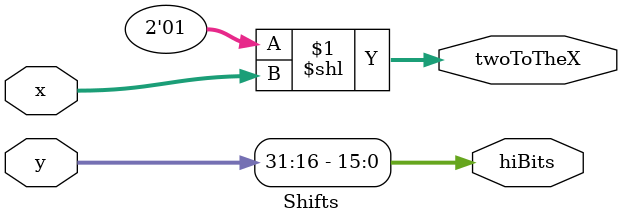
<source format=v>
module Shifts (
  input  [2:0]  x,
  input  [31:0] y,
  output [32:0] twoToTheX,
  output [15:0] hiBits
);
  assign twoToTheX = 2'sh1 << x;
  assign hiBits = y >> 5'h10;
endmodule

</source>
